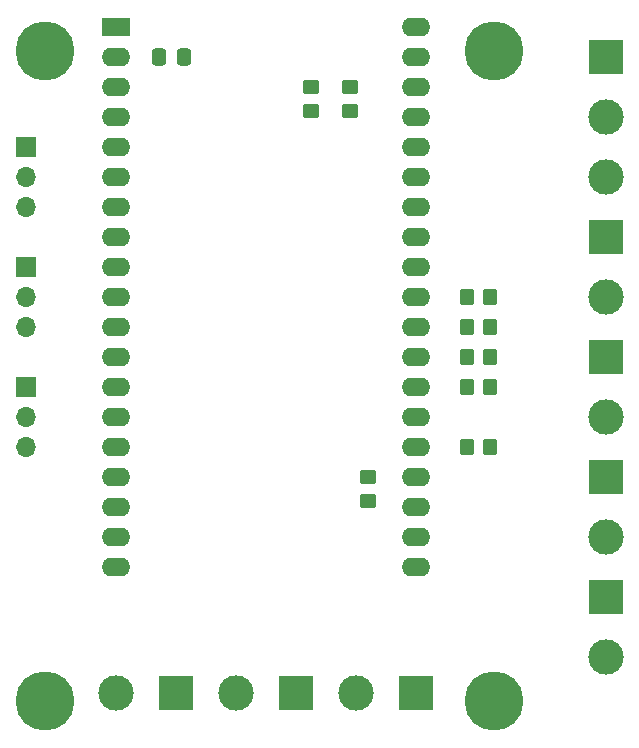
<source format=gts>
%TF.GenerationSoftware,KiCad,Pcbnew,6.0.4+dfsg-1+b1*%
%TF.CreationDate,2022-05-28T20:55:50+05:00*%
%TF.ProjectId,evlamp,65766c61-6d70-42e6-9b69-6361645f7063,rev?*%
%TF.SameCoordinates,Original*%
%TF.FileFunction,Soldermask,Top*%
%TF.FilePolarity,Negative*%
%FSLAX46Y46*%
G04 Gerber Fmt 4.6, Leading zero omitted, Abs format (unit mm)*
G04 Created by KiCad (PCBNEW 6.0.4+dfsg-1+b1) date 2022-05-28 20:55:50*
%MOMM*%
%LPD*%
G01*
G04 APERTURE LIST*
G04 Aperture macros list*
%AMRoundRect*
0 Rectangle with rounded corners*
0 $1 Rounding radius*
0 $2 $3 $4 $5 $6 $7 $8 $9 X,Y pos of 4 corners*
0 Add a 4 corners polygon primitive as box body*
4,1,4,$2,$3,$4,$5,$6,$7,$8,$9,$2,$3,0*
0 Add four circle primitives for the rounded corners*
1,1,$1+$1,$2,$3*
1,1,$1+$1,$4,$5*
1,1,$1+$1,$6,$7*
1,1,$1+$1,$8,$9*
0 Add four rect primitives between the rounded corners*
20,1,$1+$1,$2,$3,$4,$5,0*
20,1,$1+$1,$4,$5,$6,$7,0*
20,1,$1+$1,$6,$7,$8,$9,0*
20,1,$1+$1,$8,$9,$2,$3,0*%
G04 Aperture macros list end*
%ADD10C,0.800000*%
%ADD11C,5.000000*%
%ADD12R,2.400000X1.600000*%
%ADD13O,2.400000X1.600000*%
%ADD14RoundRect,0.250000X0.337500X0.475000X-0.337500X0.475000X-0.337500X-0.475000X0.337500X-0.475000X0*%
%ADD15R,3.000000X3.000000*%
%ADD16C,3.000000*%
%ADD17RoundRect,0.250000X-0.350000X-0.450000X0.350000X-0.450000X0.350000X0.450000X-0.350000X0.450000X0*%
%ADD18RoundRect,0.250000X-0.450000X0.350000X-0.450000X-0.350000X0.450000X-0.350000X0.450000X0.350000X0*%
%ADD19R,1.700000X1.700000*%
%ADD20O,1.700000X1.700000*%
G04 APERTURE END LIST*
D10*
%TO.C,REF\u002A\u002A*%
X77875825Y-127835175D03*
X75224175Y-130486825D03*
X78425000Y-129161000D03*
X77875825Y-130486825D03*
X76550000Y-127286000D03*
X74675000Y-129161000D03*
X76550000Y-131036000D03*
X75224175Y-127835175D03*
D11*
X76550000Y-129161000D03*
%TD*%
D12*
%TO.C,DD1*%
X82550000Y-72161000D03*
D13*
X82550000Y-74701000D03*
X82550000Y-77241000D03*
X82550000Y-79781000D03*
X82550000Y-82321000D03*
X82550000Y-84861000D03*
X82550000Y-87401000D03*
X82550000Y-89941000D03*
X82550000Y-92481000D03*
X82550000Y-95021000D03*
X82550000Y-97561000D03*
X82550000Y-100101000D03*
X82550000Y-102641000D03*
X82550000Y-105181000D03*
X82550000Y-107721000D03*
X82550000Y-110261000D03*
X82550000Y-112801000D03*
X82550000Y-115341000D03*
X82550000Y-117881000D03*
X107950000Y-117881000D03*
X107950000Y-115341000D03*
X107950000Y-112801000D03*
X107950000Y-110261000D03*
X107950000Y-107721000D03*
X107950000Y-105181000D03*
X107950000Y-102641000D03*
X107950000Y-100101000D03*
X107950000Y-97561000D03*
X107950000Y-95021000D03*
X107950000Y-92481000D03*
X107950000Y-89941000D03*
X107950000Y-87401000D03*
X107950000Y-84861000D03*
X107950000Y-82321000D03*
X107950000Y-79781000D03*
X107950000Y-77241000D03*
X107950000Y-74701000D03*
X107950000Y-72161000D03*
%TD*%
D14*
%TO.C,C1*%
X88308000Y-74701000D03*
X86233000Y-74701000D03*
%TD*%
D15*
%TO.C,X2*%
X124090000Y-89941000D03*
D16*
X124090000Y-95021000D03*
%TD*%
D15*
%TO.C,X3*%
X124090000Y-100101000D03*
D16*
X124090000Y-105181000D03*
%TD*%
D15*
%TO.C,X8*%
X87630000Y-128524000D03*
D16*
X82550000Y-128524000D03*
%TD*%
D17*
%TO.C,R5*%
X112268000Y-107721000D03*
X114268000Y-107721000D03*
%TD*%
D10*
%TO.C,REF\u002A\u002A*%
X112675000Y-129161000D03*
X115875825Y-130486825D03*
X115875825Y-127835175D03*
X114550000Y-127286000D03*
X116425000Y-129161000D03*
X113224175Y-127835175D03*
D11*
X114550000Y-129161000D03*
D10*
X113224175Y-130486825D03*
X114550000Y-131036000D03*
%TD*%
D18*
%TO.C,R6*%
X103886000Y-110261000D03*
X103886000Y-112261000D03*
%TD*%
D19*
%TO.C,X9*%
X74930000Y-92481000D03*
D20*
X74930000Y-95021000D03*
X74930000Y-97561000D03*
%TD*%
D10*
%TO.C,REF\u002A\u002A*%
X77875825Y-75486825D03*
X76550000Y-76036000D03*
X75224175Y-75486825D03*
X75224175Y-72835175D03*
D11*
X76550000Y-74161000D03*
D10*
X77875825Y-72835175D03*
X74675000Y-74161000D03*
X78425000Y-74161000D03*
X76550000Y-72286000D03*
%TD*%
D15*
%TO.C,X5*%
X124090000Y-120421000D03*
D16*
X124090000Y-125501000D03*
%TD*%
D15*
%TO.C,X1*%
X124090000Y-74701000D03*
D16*
X124090000Y-79781000D03*
X124090000Y-84861000D03*
%TD*%
D18*
%TO.C,R7*%
X102362000Y-77241000D03*
X102362000Y-79241000D03*
%TD*%
D17*
%TO.C,R4*%
X112268000Y-102641000D03*
X114268000Y-102641000D03*
%TD*%
%TO.C,R3*%
X112268000Y-100101000D03*
X114268000Y-100101000D03*
%TD*%
%TO.C,R1*%
X112268000Y-95021000D03*
X114268000Y-95021000D03*
%TD*%
D19*
%TO.C,X11*%
X74930000Y-82321000D03*
D20*
X74930000Y-84861000D03*
X74930000Y-87401000D03*
%TD*%
D17*
%TO.C,R2*%
X112268000Y-97561000D03*
X114268000Y-97561000D03*
%TD*%
D10*
%TO.C,REF\u002A\u002A*%
X113224175Y-72835175D03*
X112675000Y-74161000D03*
X114550000Y-76036000D03*
X115875825Y-72835175D03*
X114550000Y-72286000D03*
X113224175Y-75486825D03*
X116425000Y-74161000D03*
X115875825Y-75486825D03*
D11*
X114550000Y-74161000D03*
%TD*%
D19*
%TO.C,X10*%
X74930000Y-102641000D03*
D20*
X74930000Y-105181000D03*
X74930000Y-107721000D03*
%TD*%
D15*
%TO.C,X7*%
X97790000Y-128524000D03*
D16*
X92710000Y-128524000D03*
%TD*%
D15*
%TO.C,X4*%
X124090000Y-110261000D03*
D16*
X124090000Y-115341000D03*
%TD*%
D15*
%TO.C,X6*%
X107950000Y-128524000D03*
D16*
X102870000Y-128524000D03*
%TD*%
D18*
%TO.C,R8*%
X99060000Y-77241000D03*
X99060000Y-79241000D03*
%TD*%
M02*

</source>
